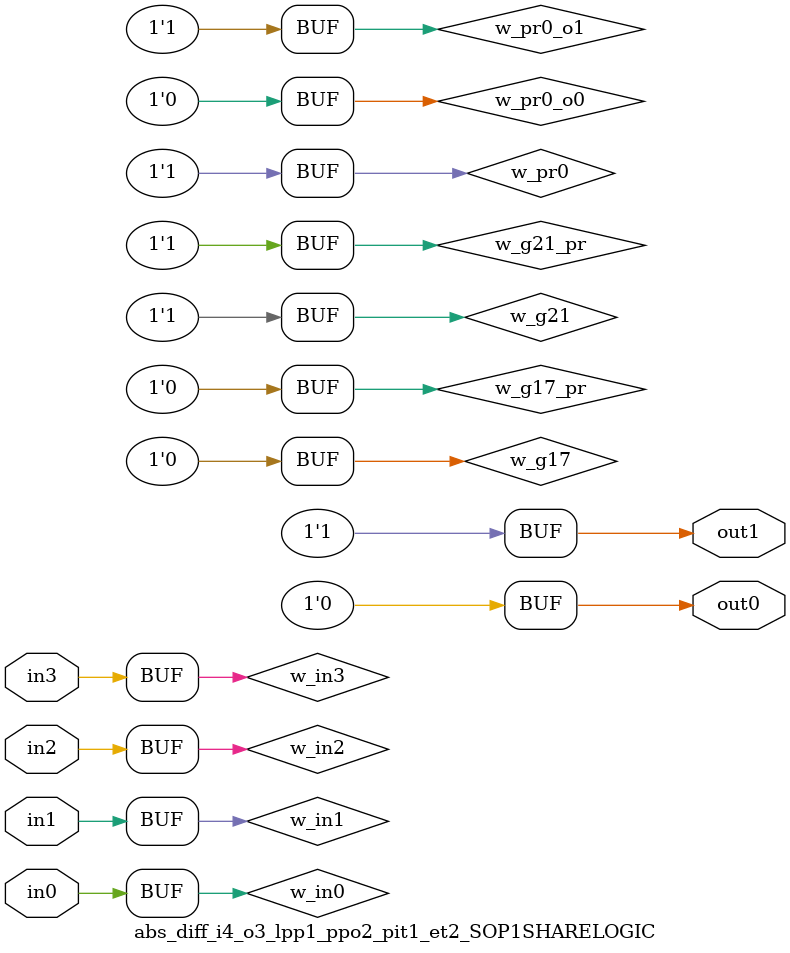
<source format=v>
module abs_diff_i4_o3_lpp1_ppo2_pit1_et2_SOP1SHARELOGIC (in0, in1, in2, in3, out0, out1);
// declaring inputs
input in0,  in1,  in2,  in3;
// declaring outputs
output out0,  out1;
// JSON model input
wire w_in3, w_in2, w_in1, w_in0;
// JSON model output
wire w_g17, w_g21;
//json model
wire w_g17_pr, w_g21_pr, w_pr0_o0, w_pr0_o1, w_pr0;
// JSON model input assign
assign w_in3 = in3;
assign w_in2 = in2;
assign w_in1 = in1;
assign w_in0 = in0;

//json model assigns (approximated Shared/XPAT part)
//assign literals to products
assign w_pr0 = 1;
//if a product has literals and if the product is being "activated" for that output
assign w_pr0_o0 = w_pr0 & 0;
assign w_pr0_o1 = w_pr0 & 1;
//compose an output with corresponding products (OR)
assign w_g17 = w_pr0_o0;
assign w_g21 = w_pr0_o1;
//if an output has products and if it is part of the JSON model
assign w_g17_pr = w_g17 & 0;
assign w_g21_pr = w_g21 & 1;
// output assigns
assign out0 = w_g17_pr;
assign out1 = w_g21_pr;
endmodule
</source>
